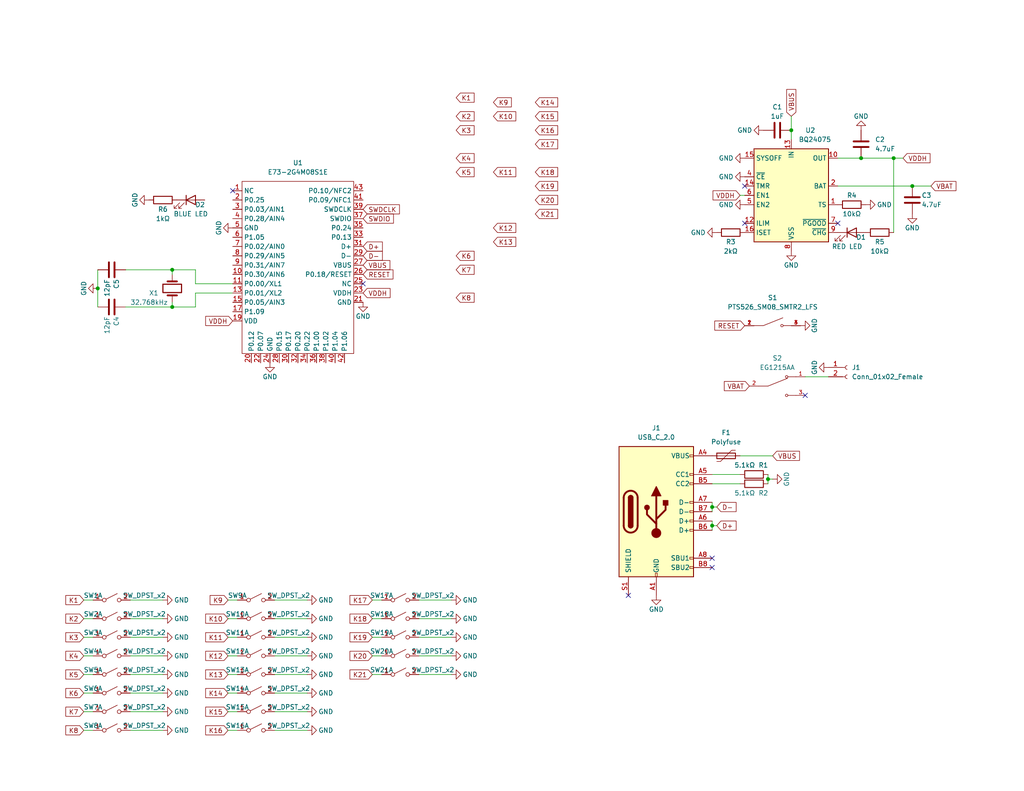
<source format=kicad_sch>
(kicad_sch (version 20211123) (generator eeschema)
  (paper "A")
  (lib_symbols
    (symbol "Battery_Management:BQ24075RGT"
      (property "Reference" "U" (at -8.89 13.97 0))
      (property "Value" "BQ24075RGT" (at 16.51 13.97 0))
      (symbol "BQ24075RGT_0_1"
        (rectangle (start -10.16 12.7) (end 10.16 -12.7) (stroke (width 0.254)) (fill (type background)))
      )
      (symbol "BQ24075RGT_1_1"
        (pin passive line (at 12.7 -2.54 180) (length 2.54) (name "TS") (number "1"))
        (pin power_out line (at 12.7 10.16 180) (length 2.54) (name "OUT") (number "10"))
        (pin passive line (at 12.7 10.16 180) (length 2.54) hide (name "OUT") (number "11"))
        (pin passive line (at -12.7 -7.62 0) (length 2.54) (name "ILIM") (number "12"))
        (pin power_in line (at 0 15.24 270) (length 2.54) (name "IN") (number "13"))
        (pin input line (at -12.7 2.54 0) (length 2.54) (name "TMR") (number "14"))
        (pin input line (at -12.7 10.16 0) (length 2.54) (name "SYSOFF") (number "15"))
        (pin passive line (at -12.7 -10.16 0) (length 2.54) (name "ISET") (number "16"))
        (pin passive line (at 0 -15.24 90) (length 2.54) hide (name "VSS") (number "17"))
        (pin power_out line (at 12.7 2.54 180) (length 2.54) (name "BAT") (number "2"))
        (pin passive line (at 12.7 2.54 180) (length 2.54) hide (name "BAT") (number "3"))
        (pin input line (at -12.7 5.08 0) (length 2.54) (name "~{CE}") (number "4"))
        (pin input line (at -12.7 -2.54 0) (length 2.54) (name "EN2") (number "5"))
        (pin input line (at -12.7 0 0) (length 2.54) (name "EN1") (number "6"))
        (pin open_collector line (at 12.7 -7.62 180) (length 2.54) (name "~{PGOOD}") (number "7"))
        (pin power_in line (at 0 -15.24 90) (length 2.54) (name "VSS") (number "8"))
        (pin open_collector line (at 12.7 -10.16 180) (length 2.54) (name "~{CHG}") (number "9"))
      )
    )
    (symbol "Connector:Conn_01x02_Female" (pin_names (offset 1.016) hide)
      (property "Reference" "J" (at 0 2.54 0))
      (property "Value" "Conn_01x02_Female" (at 0 -5.08 0))
      (symbol "Conn_01x02_Female_1_1"
        (arc (start 0 -2.032) (mid -0.508 -2.54) (end 0 -3.048) (stroke (width 0.1524)))
        (polyline (pts (xy -1.27 -2.54) (xy -0.508 -2.54)) (stroke (width 0.1524)))
        (polyline (pts (xy -1.27 0) (xy -0.508 0)) (stroke (width 0.1524)))
        (arc (start 0 0.508) (mid -0.508 0) (end 0 -0.508) (stroke (width 0.1524)))
        (pin passive line (at -5.08 0 0) (length 3.81) (name "Pin_1") (number "1"))
        (pin passive line (at -5.08 -2.54 0) (length 3.81) (name "Pin_2") (number "2"))
      )
    )
    (symbol "Connector:USB_C_Receptacle_USB2.0" (pin_names (offset 1.016))
      (property "Reference" "J" (at -10.16 19.05 0))
      (property "Value" "USB_C_Receptacle_USB2.0" (at 19.05 19.05 0))
      (symbol "USB_C_Receptacle_USB2.0_0_0"
        (rectangle (start -0.254 -17.78) (end 0.254 -16.764))
        (rectangle (start 10.16 -14.986) (end 9.144 -15.494))
        (rectangle (start 10.16 -12.446) (end 9.144 -12.954))
        (rectangle (start 10.16 -4.826) (end 9.144 -5.334))
        (rectangle (start 10.16 -2.286) (end 9.144 -2.794))
        (rectangle (start 10.16 0.254) (end 9.144 -0.254))
        (rectangle (start 10.16 2.794) (end 9.144 2.286))
        (rectangle (start 10.16 7.874) (end 9.144 7.366))
        (rectangle (start 10.16 10.414) (end 9.144 9.906))
        (rectangle (start 10.16 15.494) (end 9.144 14.986))
      )
      (symbol "USB_C_Receptacle_USB2.0_0_1"
        (rectangle (start -10.16 17.78) (end 10.16 -17.78) (stroke (width 0.254)) (fill (type background)))
        (arc (start -8.89 -3.81) (mid -6.985 -5.715) (end -5.08 -3.81) (stroke (width 0.508)))
        (arc (start -7.62 -3.81) (mid -6.985 -4.445) (end -6.35 -3.81) (stroke (width 0.254)))
        (arc (start -7.62 -3.81) (mid -6.985 -4.445) (end -6.35 -3.81) (stroke (width 0.254)) (fill (type outline)))
        (rectangle (start -7.62 -3.81) (end -6.35 3.81) (stroke (width 0.254)) (fill (type outline)))
        (arc (start -6.35 3.81) (mid -6.985 4.445) (end -7.62 3.81) (stroke (width 0.254)))
        (arc (start -6.35 3.81) (mid -6.985 4.445) (end -7.62 3.81) (stroke (width 0.254)) (fill (type outline)))
        (arc (start -5.08 3.81) (mid -6.985 5.715) (end -8.89 3.81) (stroke (width 0.508)))
        (circle (center -2.54 1.143) (radius 0.635) (stroke (width 0.254)) (fill (type outline)))
        (circle (center 0 -5.842) (radius 1.27) (fill (type outline)))
        (polyline (pts (xy -8.89 -3.81) (xy -8.89 3.81)) (stroke (width 0.508)))
        (polyline (pts (xy -5.08 3.81) (xy -5.08 -3.81)) (stroke (width 0.508)))
        (polyline (pts (xy 0 -5.842) (xy 0 4.318)) (stroke (width 0.508)))
        (polyline (pts (xy 0 -3.302) (xy -2.54 -0.762) (xy -2.54 0.508)) (stroke (width 0.508)))
        (polyline (pts (xy 0 -2.032) (xy 2.54 0.508) (xy 2.54 1.778)) (stroke (width 0.508)))
        (polyline (pts (xy -1.27 4.318) (xy 0 6.858) (xy 1.27 4.318) (xy -1.27 4.318)) (stroke (width 0.254)) (fill (type outline)))
        (rectangle (start 1.905 1.778) (end 3.175 3.048) (stroke (width 0.254)) (fill (type outline)))
      )
      (symbol "USB_C_Receptacle_USB2.0_1_1"
        (pin passive line (at 0 -22.86 90) (length 5.08) (name "GND") (number "A1"))
        (pin passive line (at 0 -22.86 90) (length 5.08) hide (name "GND") (number "A12"))
        (pin passive line (at 15.24 15.24 180) (length 5.08) (name "VBUS") (number "A4"))
        (pin bidirectional line (at 15.24 10.16 180) (length 5.08) (name "CC1") (number "A5"))
        (pin bidirectional line (at 15.24 -2.54 180) (length 5.08) (name "D+") (number "A6"))
        (pin bidirectional line (at 15.24 2.54 180) (length 5.08) (name "D-") (number "A7"))
        (pin bidirectional line (at 15.24 -12.7 180) (length 5.08) (name "SBU1") (number "A8"))
        (pin passive line (at 15.24 15.24 180) (length 5.08) hide (name "VBUS") (number "A9"))
        (pin passive line (at 0 -22.86 90) (length 5.08) hide (name "GND") (number "B1"))
        (pin passive line (at 0 -22.86 90) (length 5.08) hide (name "GND") (number "B12"))
        (pin passive line (at 15.24 15.24 180) (length 5.08) hide (name "VBUS") (number "B4"))
        (pin bidirectional line (at 15.24 7.62 180) (length 5.08) (name "CC2") (number "B5"))
        (pin bidirectional line (at 15.24 -5.08 180) (length 5.08) (name "D+") (number "B6"))
        (pin bidirectional line (at 15.24 0 180) (length 5.08) (name "D-") (number "B7"))
        (pin bidirectional line (at 15.24 -15.24 180) (length 5.08) (name "SBU2") (number "B8"))
        (pin passive line (at 15.24 15.24 180) (length 5.08) hide (name "VBUS") (number "B9"))
        (pin passive line (at -7.62 -22.86 90) (length 5.08) (name "SHIELD") (number "S1"))
      )
    )
    (symbol "Device:C" (pin_numbers hide) (pin_names (offset 0.254))
      (property "Reference" "C" (at 0.635 2.54 0))
      (property "Value" "C" (at 0.635 -2.54 0))
      (symbol "C_0_1"
        (polyline (pts (xy -2.032 -0.762) (xy 2.032 -0.762)) (stroke (width 0.508)))
        (polyline (pts (xy -2.032 0.762) (xy 2.032 0.762)) (stroke (width 0.508)))
      )
      (symbol "C_1_1"
        (pin passive line (at 0 3.81 270) (length 2.794) (name "~") (number "1"))
        (pin passive line (at 0 -3.81 90) (length 2.794) (name "~") (number "2"))
      )
    )
    (symbol "Device:Crystal" (pin_numbers hide) (pin_names (offset 1.016) hide)
      (property "Reference" "Y" (at 0 3.81 0))
      (property "Value" "Crystal" (at 0 -3.81 0))
      (symbol "Crystal_0_1"
        (rectangle (start -1.143 2.54) (end 1.143 -2.54) (stroke (width 0.3048)))
        (polyline (pts (xy -2.54 0) (xy -1.905 0)))
        (polyline (pts (xy -1.905 -1.27) (xy -1.905 1.27)) (stroke (width 0.508)))
        (polyline (pts (xy 1.905 -1.27) (xy 1.905 1.27)) (stroke (width 0.508)))
        (polyline (pts (xy 2.54 0) (xy 1.905 0)))
      )
      (symbol "Crystal_1_1"
        (pin passive line (at -3.81 0 0) (length 1.27) (name "1") (number "1"))
        (pin passive line (at 3.81 0 180) (length 1.27) (name "2") (number "2"))
      )
    )
    (symbol "Device:LED" (pin_numbers hide) (pin_names (offset 1.016) hide)
      (property "Reference" "D" (at 0 2.54 0))
      (property "Value" "LED" (at 0 -2.54 0))
      (symbol "LED_0_1"
        (polyline (pts (xy -1.27 -1.27) (xy -1.27 1.27)) (stroke (width 0.254)))
        (polyline (pts (xy -1.27 0) (xy 1.27 0)))
        (polyline (pts (xy 1.27 -1.27) (xy 1.27 1.27) (xy -1.27 0) (xy 1.27 -1.27)) (stroke (width 0.254)))
        (polyline (pts (xy -3.048 -0.762) (xy -4.572 -2.286) (xy -3.81 -2.286) (xy -4.572 -2.286) (xy -4.572 -1.524)))
        (polyline (pts (xy -1.778 -0.762) (xy -3.302 -2.286) (xy -2.54 -2.286) (xy -3.302 -2.286) (xy -3.302 -1.524)))
      )
      (symbol "LED_1_1"
        (pin passive line (at -3.81 0 0) (length 2.54) (name "K") (number "1"))
        (pin passive line (at 3.81 0 180) (length 2.54) (name "A") (number "2"))
      )
    )
    (symbol "Device:Polyfuse" (pin_numbers hide) (pin_names (offset 0))
      (property "Reference" "F" (at -2.54 0 90))
      (property "Value" "Polyfuse" (at 2.54 0 90))
      (symbol "Polyfuse_0_1"
        (rectangle (start -0.762 2.54) (end 0.762 -2.54) (stroke (width 0.254)))
        (polyline (pts (xy 0 2.54) (xy 0 -2.54)))
        (polyline (pts (xy -1.524 2.54) (xy -1.524 1.524) (xy 1.524 -1.524) (xy 1.524 -2.54)))
      )
      (symbol "Polyfuse_1_1"
        (pin passive line (at 0 3.81 270) (length 1.27) (name "~") (number "1"))
        (pin passive line (at 0 -3.81 90) (length 1.27) (name "~") (number "2"))
      )
    )
    (symbol "Device:R" (pin_numbers hide) (pin_names (offset 0))
      (property "Reference" "R" (at 2.032 0 90))
      (property "Value" "R" (at 0 0 90))
      (symbol "R_0_1"
        (rectangle (start -1.016 -2.54) (end 1.016 2.54) (stroke (width 0.254)))
      )
      (symbol "R_1_1"
        (pin passive line (at 0 3.81 270) (length 1.27) (name "~") (number "1"))
        (pin passive line (at 0 -3.81 90) (length 1.27) (name "~") (number "2"))
      )
    )
    (symbol "E73-2G4M08S1E:E73-2G4M08S1E"
      (property "Reference" "U" (at 13.97 3.81 0))
      (property "Value" "E73-2G4M08S1E" (at 13.97 1.27 0))
      (symbol "E73-2G4M08S1E_0_1"
        (rectangle (start 0 0) (end 30.48 -46.99))
      )
      (symbol "E73-2G4M08S1E_1_1"
        (pin input line (at -2.54 -2.54 0) (length 2.54) (name "NC") (number "1"))
        (pin input line (at -2.54 -25.4 0) (length 2.54) (name "P0.30/AIN6") (number "10"))
        (pin input line (at -2.54 -27.94 0) (length 2.54) (name "P0.00/XL1") (number "11"))
        (pin input line (at -2.54 -30.48 0) (length 2.54) (name "P0.01/XL2") (number "13"))
        (pin input line (at -2.54 -33.02 0) (length 2.54) (name "P0.05/AIN3") (number "15"))
        (pin input line (at -2.54 -35.56 0) (length 2.54) (name "P1.09") (number "17"))
        (pin power_in line (at -2.54 -38.1 0) (length 2.54) (name "VDD") (number "19"))
        (pin input line (at -2.54 -5.08 0) (length 2.54) (name "P0.25") (number "2"))
        (pin input line (at 2.54 -49.53 90) (length 2.54) (name "P0.12") (number "20"))
        (pin input line (at 33.02 -33.02 180) (length 2.54) (name "GND") (number "21"))
        (pin input line (at 5.08 -49.53 90) (length 2.54) (name "P0.07") (number "22"))
        (pin power_in line (at 33.02 -30.48 180) (length 2.54) (name "VDDH") (number "23"))
        (pin input line (at 7.62 -49.53 90) (length 2.54) (name "GND") (number "24"))
        (pin input line (at 33.02 -27.94 180) (length 2.54) (name "NC") (number "25"))
        (pin input line (at 33.02 -25.4 180) (length 2.54) (name "P0.18/RESET") (number "26"))
        (pin power_in line (at 33.02 -22.86 180) (length 2.54) (name "VBUS") (number "27"))
        (pin input line (at 10.16 -49.53 90) (length 2.54) (name "P0.15") (number "28"))
        (pin input line (at 33.02 -20.32 180) (length 2.54) (name "D-") (number "29"))
        (pin input line (at -2.54 -7.62 0) (length 2.54) (name "P0.03/AIN1") (number "3"))
        (pin input line (at 12.7 -49.53 90) (length 2.54) (name "P0.17") (number "30"))
        (pin input line (at 33.02 -17.78 180) (length 2.54) (name "D+") (number "31"))
        (pin input line (at 15.24 -49.53 90) (length 2.54) (name "P0.20") (number "32"))
        (pin input line (at 33.02 -15.24 180) (length 2.54) (name "P0.13") (number "33"))
        (pin input line (at 17.78 -49.53 90) (length 2.54) (name "P0.22") (number "34"))
        (pin input line (at 33.02 -12.7 180) (length 2.54) (name "P0.24") (number "35"))
        (pin input line (at 20.32 -49.53 90) (length 2.54) (name "P1.00") (number "36"))
        (pin input line (at 33.02 -10.16 180) (length 2.54) (name "SWDIO") (number "37"))
        (pin input line (at 22.86 -49.53 90) (length 2.54) (name "P1.02") (number "38"))
        (pin input line (at 33.02 -7.62 180) (length 2.54) (name "SWDCLK") (number "39"))
        (pin input line (at -2.54 -10.16 0) (length 2.54) (name "P0.28/AIN4") (number "4"))
        (pin input line (at 25.4 -49.53 90) (length 2.54) (name "P1.04") (number "40"))
        (pin input line (at 33.02 -5.08 180) (length 2.54) (name "P0.09/NFC1") (number "41"))
        (pin input line (at 27.94 -49.53 90) (length 2.54) (name "P1.06") (number "42"))
        (pin input line (at 33.02 -2.54 180) (length 2.54) (name "P0.10/NFC2") (number "43"))
        (pin input line (at -2.54 -12.7 0) (length 2.54) (name "GND") (number "5"))
        (pin input line (at -2.54 -15.24 0) (length 2.54) (name "P1.05") (number "6"))
        (pin input line (at -2.54 -17.78 0) (length 2.54) (name "P0.02/AIN0") (number "7"))
        (pin input line (at -2.54 -20.32 0) (length 2.54) (name "P0.29/AIN5") (number "8"))
        (pin input line (at -2.54 -22.86 0) (length 2.54) (name "P0.31/AIN7") (number "9"))
      )
    )
    (symbol "EG1215AA:EG1215AA" (pin_names (offset 1.016) hide)
      (property "Reference" "S" (at -2.54 5.08 0))
      (property "Value" "EG1215AA" (at -2.54 -5.08 0))
      (symbol "EG1215AA_0_0"
        (polyline (pts (xy -2.54 0) (xy -5.08 0)) (stroke (width 0.1524)))
        (polyline (pts (xy -2.54 0) (xy 2.794 2.1336)) (stroke (width 0.1524)))
        (polyline (pts (xy 5.08 -2.54) (xy 2.921 -2.54)) (stroke (width 0.1524)))
        (polyline (pts (xy 5.08 2.54) (xy 2.921 2.54)) (stroke (width 0.1524)))
        (circle (center 2.54 -2.54) (radius 0.3302) (stroke (width 0.1524)))
        (circle (center 2.54 2.54) (radius 0.3302) (stroke (width 0.1524)))
        (pin passive line (at 7.62 2.54 180) (length 2.54) (name "~") (number "1"))
        (pin passive line (at -7.62 0 0) (length 2.54) (name "~") (number "2"))
        (pin passive line (at 7.62 -2.54 180) (length 2.54) (name "~") (number "3"))
      )
    )
    (symbol "PTS526_SM08_SMTR2_LFS:PTS526_SM08_SMTR2_LFS" (pin_names (offset 1.016) hide)
      (property "Reference" "S" (at -2.54 2.54 0))
      (property "Value" "PTS526_SM08_SMTR2_LFS" (at -2.54 -2.54 0))
      (symbol "PTS526_SM08_SMTR2_LFS_0_0"
        (polyline (pts (xy -2.54 0) (xy -5.08 0)) (stroke (width 0.1524)))
        (polyline (pts (xy -2.54 0) (xy 2.794 2.1336)) (stroke (width 0.1524)))
        (polyline (pts (xy 5.08 0) (xy 2.921 0)) (stroke (width 0.1524)))
        (circle (center 2.54 0) (radius 0.3302) (stroke (width 0.1524)))
        (pin passive line (at -7.62 0 0) (length 2.54) (name "~") (number "1"))
        (pin passive line (at -7.62 0 0) (length 2.54) (name "~") (number "2"))
        (pin passive line (at 7.62 0 180) (length 2.54) (name "~") (number "3"))
        (pin passive line (at 7.62 0 180) (length 2.54) (name "~") (number "4"))
      )
    )
    (symbol "Switch:SW_DPST_x2" (pin_names (offset 0) hide)
      (property "Reference" "SW" (at 0 3.175 0))
      (property "Value" "SW_DPST_x2" (at 0 -2.54 0))
      (symbol "SW_DPST_x2_0_0"
        (circle (center -2.032 0) (radius 0.508))
        (polyline (pts (xy -1.524 0.254) (xy 1.524 1.778)))
        (circle (center 2.032 0) (radius 0.508))
      )
      (symbol "SW_DPST_x2_1_1"
        (pin passive line (at -5.08 0 0) (length 2.54) (name "A") (number "1"))
        (pin passive line (at 5.08 0 180) (length 2.54) (name "B") (number "2"))
      )
      (symbol "SW_DPST_x2_2_1"
        (pin passive line (at -5.08 0 0) (length 2.54) (name "A") (number "3"))
        (pin passive line (at 5.08 0 180) (length 2.54) (name "B") (number "4"))
      )
    )
    (symbol "power:GND" (power) (pin_names (offset 0))
      (property "Value" "GND" (at 0 -3.81 0))
      (symbol "GND_0_1"
        (polyline (pts (xy 0 0) (xy 0 -1.27) (xy 1.27 -1.27) (xy 0 -2.54) (xy -1.27 -1.27) (xy 0 -1.27)))
      )
      (symbol "GND_1_1"
        (pin power_in line (at 0 0 270) (length 0) hide (name "GND") (number "1"))
      )
    )
  )
  (junction (at 194.31 138.43))
  (junction (at 248.92 50.8))
  (junction (at 215.9 35.56))
  (junction (at 46.99 73.66))
  (junction (at 243.84 43.18))
  (junction (at 234.95 43.18))
  (junction (at 209.55 130.81))
  (junction (at 194.31 143.51))
  (junction (at 26.67 78.74))
  (junction (at 46.99 83.82))
  (no_connect (at 203.2 60.96))
  (no_connect (at 203.2 50.8))
  (no_connect (at 228.6 60.96))
  (no_connect (at 99.06 77.47))
  (no_connect (at 63.5 52.07))
  (no_connect (at 219.71 107.95))
  (no_connect (at 194.31 154.94))
  (no_connect (at 171.45 162.56))
  (no_connect (at 194.31 152.4))
  (wire (pts (xy 215.9 31.75) (xy 215.9 35.56)))
  (wire (pts (xy 44.45 163.83) (xy 35.56 163.83)))
  (wire (pts (xy 123.19 184.15) (xy 114.3 184.15)))
  (wire (pts (xy 22.86 184.15) (xy 25.4 184.15)))
  (wire (pts (xy 210.82 124.46) (xy 201.93 124.46)))
  (wire (pts (xy 101.6 179.07) (xy 104.14 179.07)))
  (wire (pts (xy 22.86 194.31) (xy 25.4 194.31)))
  (wire (pts (xy 228.6 50.8) (xy 248.92 50.8)))
  (wire (pts (xy 123.19 168.91) (xy 114.3 168.91)))
  (wire (pts (xy 83.82 199.39) (xy 74.93 199.39)))
  (wire (pts (xy 62.23 173.99) (xy 64.77 173.99)))
  (wire (pts (xy 123.19 163.83) (xy 114.3 163.83)))
  (wire (pts (xy 83.82 194.31) (xy 74.93 194.31)))
  (wire (pts (xy 22.86 168.91) (xy 25.4 168.91)))
  (wire (pts (xy 53.34 80.01) (xy 63.5 80.01)))
  (wire (pts (xy 194.31 143.51) (xy 195.58 143.51)))
  (wire (pts (xy 44.45 194.31) (xy 35.56 194.31)))
  (wire (pts (xy 62.23 179.07) (xy 64.77 179.07)))
  (wire (pts (xy 201.93 129.54) (xy 194.31 129.54)))
  (wire (pts (xy 194.31 142.24) (xy 194.31 143.51)))
  (wire (pts (xy 226.06 102.87) (xy 219.71 102.87)))
  (wire (pts (xy 22.86 173.99) (xy 25.4 173.99)))
  (wire (pts (xy 243.84 43.18) (xy 243.84 63.5)))
  (wire (pts (xy 234.95 43.18) (xy 243.84 43.18)))
  (wire (pts (xy 194.31 138.43) (xy 195.58 138.43)))
  (wire (pts (xy 209.55 130.81) (xy 210.82 130.81)))
  (wire (pts (xy 26.67 78.74) (xy 26.67 73.66)))
  (wire (pts (xy 209.55 129.54) (xy 209.55 130.81)))
  (wire (pts (xy 101.6 163.83) (xy 104.14 163.83)))
  (wire (pts (xy 123.19 173.99) (xy 114.3 173.99)))
  (wire (pts (xy 101.6 173.99) (xy 104.14 173.99)))
  (wire (pts (xy 62.23 189.23) (xy 64.77 189.23)))
  (wire (pts (xy 123.19 179.07) (xy 114.3 179.07)))
  (wire (pts (xy 22.86 179.07) (xy 25.4 179.07)))
  (wire (pts (xy 194.31 138.43) (xy 194.31 139.7)))
  (wire (pts (xy 62.23 199.39) (xy 64.77 199.39)))
  (wire (pts (xy 201.93 132.08) (xy 194.31 132.08)))
  (wire (pts (xy 83.82 184.15) (xy 74.93 184.15)))
  (wire (pts (xy 44.45 184.15) (xy 35.56 184.15)))
  (wire (pts (xy 101.6 184.15) (xy 104.14 184.15)))
  (wire (pts (xy 201.93 53.34) (xy 203.2 53.34)))
  (wire (pts (xy 22.86 163.83) (xy 25.4 163.83)))
  (wire (pts (xy 63.5 77.47) (xy 53.34 77.47)))
  (wire (pts (xy 44.45 173.99) (xy 35.56 173.99)))
  (wire (pts (xy 44.45 168.91) (xy 35.56 168.91)))
  (wire (pts (xy 83.82 179.07) (xy 74.93 179.07)))
  (wire (pts (xy 83.82 163.83) (xy 74.93 163.83)))
  (wire (pts (xy 62.23 184.15) (xy 64.77 184.15)))
  (wire (pts (xy 194.31 143.51) (xy 194.31 144.78)))
  (wire (pts (xy 228.6 43.18) (xy 234.95 43.18)))
  (wire (pts (xy 22.86 189.23) (xy 25.4 189.23)))
  (wire (pts (xy 209.55 130.81) (xy 209.55 132.08)))
  (wire (pts (xy 62.23 194.31) (xy 64.77 194.31)))
  (wire (pts (xy 26.67 83.82) (xy 26.67 78.74)))
  (wire (pts (xy 53.34 73.66) (xy 53.34 77.47)))
  (wire (pts (xy 83.82 173.99) (xy 74.93 173.99)))
  (wire (pts (xy 194.31 137.16) (xy 194.31 138.43)))
  (wire (pts (xy 83.82 168.91) (xy 74.93 168.91)))
  (wire (pts (xy 101.6 168.91) (xy 104.14 168.91)))
  (wire (pts (xy 53.34 83.82) (xy 46.99 83.82)))
  (wire (pts (xy 243.84 43.18) (xy 246.38 43.18)))
  (wire (pts (xy 46.99 83.82) (xy 34.29 83.82)))
  (wire (pts (xy 53.34 80.01) (xy 53.34 83.82)))
  (wire (pts (xy 22.86 199.39) (xy 25.4 199.39)))
  (wire (pts (xy 34.29 73.66) (xy 46.99 73.66)))
  (wire (pts (xy 62.23 163.83) (xy 64.77 163.83)))
  (wire (pts (xy 83.82 189.23) (xy 74.93 189.23)))
  (wire (pts (xy 44.45 199.39) (xy 35.56 199.39)))
  (wire (pts (xy 53.34 73.66) (xy 46.99 73.66)))
  (wire (pts (xy 46.99 82.55) (xy 46.99 83.82)))
  (wire (pts (xy 215.9 35.56) (xy 215.9 38.1)))
  (wire (pts (xy 44.45 189.23) (xy 35.56 189.23)))
  (wire (pts (xy 62.23 168.91) (xy 64.77 168.91)))
  (wire (pts (xy 248.92 50.8) (xy 254 50.8)))
  (wire (pts (xy 46.99 73.66) (xy 46.99 74.93)))
  (wire (pts (xy 44.45 179.07) (xy 35.56 179.07)))
  (global_label "K17" (shape input) (at 146.05 39.37 0) (property "Intersheet References" "${INTERSHEET_REFS}" (effects hide)))
  (global_label "K2" (shape input) (at 22.86 168.91 180) (property "Intersheet References" "${INTERSHEET_REFS}" (effects hide)))
  (global_label "K15" (shape input) (at 62.23 194.31 180) (property "Intersheet References" "${INTERSHEET_REFS}" (effects hide)))
  (global_label "K1" (shape input) (at 124.46 26.67 0) (property "Intersheet References" "${INTERSHEET_REFS}" (effects hide)))
  (global_label "SWDCLK" (shape input) (at 99.06 57.15 0) (property "Intersheet References" "${INTERSHEET_REFS}" (effects hide)))
  (global_label "K14" (shape input) (at 62.23 189.23 180) (property "Intersheet References" "${INTERSHEET_REFS}" (effects hide)))
  (global_label "K16" (shape input) (at 62.23 199.39 180) (property "Intersheet References" "${INTERSHEET_REFS}" (effects hide)))
  (global_label "K5" (shape input) (at 124.46 46.99 0) (property "Intersheet References" "${INTERSHEET_REFS}" (effects hide)))
  (global_label "K20" (shape input) (at 146.05 54.61 0) (property "Intersheet References" "${INTERSHEET_REFS}" (effects hide)))
  (global_label "VDDH" (shape input) (at 63.5 87.63 180) (property "Intersheet References" "${INTERSHEET_REFS}" (effects hide)))
  (global_label "RESET" (shape input) (at 203.2 88.9 180) (property "Intersheet References" "${INTERSHEET_REFS}" (effects hide)))
  (global_label "VBUS" (shape input) (at 99.06 72.39 0) (property "Intersheet References" "${INTERSHEET_REFS}" (effects hide)))
  (global_label "VBAT" (shape input) (at 254 50.8 0) (property "Intersheet References" "${INTERSHEET_REFS}" (effects hide)))
  (global_label "K12" (shape input) (at 134.62 62.23 0) (property "Intersheet References" "${INTERSHEET_REFS}" (effects hide)))
  (global_label "K12" (shape input) (at 62.23 179.07 180) (property "Intersheet References" "${INTERSHEET_REFS}" (effects hide)))
  (global_label "K20" (shape input) (at 101.6 179.07 180) (property "Intersheet References" "${INTERSHEET_REFS}" (effects hide)))
  (global_label "K16" (shape input) (at 146.05 35.56 0) (property "Intersheet References" "${INTERSHEET_REFS}" (effects hide)))
  (global_label "K14" (shape input) (at 146.05 27.94 0) (property "Intersheet References" "${INTERSHEET_REFS}" (effects hide)))
  (global_label "K15" (shape input) (at 146.05 31.75 0) (property "Intersheet References" "${INTERSHEET_REFS}" (effects hide)))
  (global_label "D+" (shape input) (at 195.58 143.51 0) (property "Intersheet References" "${INTERSHEET_REFS}" (effects hide)))
  (global_label "D-" (shape input) (at 195.58 138.43 0) (property "Intersheet References" "${INTERSHEET_REFS}" (effects hide)))
  (global_label "K1" (shape input) (at 22.86 163.83 180) (property "Intersheet References" "${INTERSHEET_REFS}" (effects hide)))
  (global_label "D+" (shape input) (at 99.06 67.31 0) (property "Intersheet References" "${INTERSHEET_REFS}" (effects hide)))
  (global_label "K6" (shape input) (at 124.46 69.85 0) (property "Intersheet References" "${INTERSHEET_REFS}" (effects hide)))
  (global_label "K11" (shape input) (at 134.62 46.99 0) (property "Intersheet References" "${INTERSHEET_REFS}" (effects hide)))
  (global_label "K7" (shape input) (at 124.46 73.66 0) (property "Intersheet References" "${INTERSHEET_REFS}" (effects hide)))
  (global_label "K4" (shape input) (at 22.86 179.07 180) (property "Intersheet References" "${INTERSHEET_REFS}" (effects hide)))
  (global_label "K6" (shape input) (at 22.86 189.23 180) (property "Intersheet References" "${INTERSHEET_REFS}" (effects hide)))
  (global_label "K2" (shape input) (at 124.46 31.75 0) (property "Intersheet References" "${INTERSHEET_REFS}" (effects hide)))
  (global_label "K11" (shape input) (at 62.23 173.99 180) (property "Intersheet References" "${INTERSHEET_REFS}" (effects hide)))
  (global_label "K18" (shape input) (at 101.6 168.91 180) (property "Intersheet References" "${INTERSHEET_REFS}" (effects hide)))
  (global_label "K19" (shape input) (at 101.6 173.99 180) (property "Intersheet References" "${INTERSHEET_REFS}" (effects hide)))
  (global_label "K18" (shape input) (at 146.05 46.99 0) (property "Intersheet References" "${INTERSHEET_REFS}" (effects hide)))
  (global_label "K13" (shape input) (at 134.62 66.04 0) (property "Intersheet References" "${INTERSHEET_REFS}" (effects hide)))
  (global_label "K3" (shape input) (at 22.86 173.99 180) (property "Intersheet References" "${INTERSHEET_REFS}" (effects hide)))
  (global_label "RESET" (shape input) (at 99.06 74.93 0) (property "Intersheet References" "${INTERSHEET_REFS}" (effects hide)))
  (global_label "VBAT" (shape input) (at 204.47 105.41 180) (property "Intersheet References" "${INTERSHEET_REFS}" (effects hide)))
  (global_label "K13" (shape input) (at 62.23 184.15 180) (property "Intersheet References" "${INTERSHEET_REFS}" (effects hide)))
  (global_label "VDDH" (shape input) (at 99.06 80.01 0) (property "Intersheet References" "${INTERSHEET_REFS}" (effects hide)))
  (global_label "K9" (shape input) (at 62.23 163.83 180) (property "Intersheet References" "${INTERSHEET_REFS}" (effects hide)))
  (global_label "K21" (shape input) (at 146.05 58.42 0) (property "Intersheet References" "${INTERSHEET_REFS}" (effects hide)))
  (global_label "VBUS" (shape input) (at 210.82 124.46 0) (property "Intersheet References" "${INTERSHEET_REFS}" (effects hide)))
  (global_label "K10" (shape input) (at 134.62 31.75 0) (property "Intersheet References" "${INTERSHEET_REFS}" (effects hide)))
  (global_label "K3" (shape input) (at 124.46 35.56 0) (property "Intersheet References" "${INTERSHEET_REFS}" (effects hide)))
  (global_label "K8" (shape input) (at 124.46 81.28 0) (property "Intersheet References" "${INTERSHEET_REFS}" (effects hide)))
  (global_label "VDDH" (shape input) (at 201.93 53.34 180) (property "Intersheet References" "${INTERSHEET_REFS}" (effects hide)))
  (global_label "K7" (shape input) (at 22.86 194.31 180) (property "Intersheet References" "${INTERSHEET_REFS}" (effects hide)))
  (global_label "K4" (shape input) (at 124.46 43.18 0) (property "Intersheet References" "${INTERSHEET_REFS}" (effects hide)))
  (global_label "K19" (shape input) (at 146.05 50.8 0) (property "Intersheet References" "${INTERSHEET_REFS}" (effects hide)))
  (global_label "K8" (shape input) (at 22.86 199.39 180) (property "Intersheet References" "${INTERSHEET_REFS}" (effects hide)))
  (global_label "K21" (shape input) (at 101.6 184.15 180) (property "Intersheet References" "${INTERSHEET_REFS}" (effects hide)))
  (global_label "VBUS" (shape input) (at 215.9 31.75 90) (property "Intersheet References" "${INTERSHEET_REFS}" (effects hide)))
  (global_label "K10" (shape input) (at 62.23 168.91 180) (property "Intersheet References" "${INTERSHEET_REFS}" (effects hide)))
  (global_label "K9" (shape input) (at 134.62 27.94 0) (property "Intersheet References" "${INTERSHEET_REFS}" (effects hide)))
  (global_label "K17" (shape input) (at 101.6 163.83 180) (property "Intersheet References" "${INTERSHEET_REFS}" (effects hide)))
  (global_label "SWDIO" (shape input) (at 99.06 59.69 0) (property "Intersheet References" "${INTERSHEET_REFS}" (effects hide)))
  (global_label "K5" (shape input) (at 22.86 184.15 180) (property "Intersheet References" "${INTERSHEET_REFS}" (effects hide)))
  (global_label "VDDH" (shape input) (at 246.38 43.18 0) (property "Intersheet References" "${INTERSHEET_REFS}" (effects hide)))
  (global_label "D-" (shape input) (at 99.06 69.85 0) (property "Intersheet References" "${INTERSHEET_REFS}" (effects hide)))
  (symbol (lib_id "power:GND") (at 203.2 48.26 270) (unit 1)
    (property "Reference" "#PWR0103" (effects hide))
    (property "Value" "GND" (at 198.12 48.26 90))
  )
  (symbol (lib_id "power:GND") (at 226.06 100.33 270) (unit 1)
    (property "Reference" "#PWR?" (effects hide))
    (property "Value" "GND" (at 222.25 100.33 0))
  )
  (symbol (lib_id "Switch:SW_DPST_x2") (at 30.48 194.31 0) (unit 1)
    (property "Reference" "SW7" (at 25.4 193.04 0))
    (property "Value" "SW_DPST_x2" (at 39.37 193.04 0))
  )
  (symbol (lib_id "Device:C") (at 234.95 39.37 180) (unit 1)
    (property "Reference" "C2" (at 238.76 38.0999 0) (effects (justify right)))
    (property "Value" "4.7uF" (at 238.76 40.6399 0) (effects (justify right)))
  )
  (symbol (lib_id "Switch:SW_DPST_x2") (at 30.48 184.15 0) (unit 1)
    (property "Reference" "SW5" (at 25.4 182.88 0))
    (property "Value" "SW_DPST_x2" (at 39.37 182.88 0))
  )
  (symbol (lib_id "Switch:SW_DPST_x2") (at 30.48 179.07 0) (unit 1)
    (property "Reference" "SW4" (at 25.4 177.8 0))
    (property "Value" "SW_DPST_x2" (at 39.37 177.8 0))
  )
  (symbol (lib_id "Switch:SW_DPST_x2") (at 69.85 163.83 0) (unit 1)
    (property "Reference" "SW9" (at 64.77 162.56 0))
    (property "Value" "SW_DPST_x2" (at 78.74 162.56 0))
  )
  (symbol (lib_id "Switch:SW_DPST_x2") (at 69.85 184.15 0) (unit 1)
    (property "Reference" "SW13" (at 64.77 182.88 0))
    (property "Value" "SW_DPST_x2" (at 78.74 182.88 0))
  )
  (symbol (lib_id "power:GND") (at 83.82 163.83 90) (unit 1)
    (property "Reference" "#PWR0115" (effects hide))
    (property "Value" "GND" (at 88.9 163.83 90))
  )
  (symbol (lib_id "power:GND") (at 40.64 54.61 270) (unit 1)
    (property "Reference" "#PWR?" (effects hide))
    (property "Value" "GND" (at 36.83 54.61 0))
  )
  (symbol (lib_id "Switch:SW_DPST_x2") (at 109.22 179.07 0) (unit 1)
    (property "Reference" "SW20" (at 104.14 177.8 0))
    (property "Value" "SW_DPST_x2" (at 118.11 177.8 0))
  )
  (symbol (lib_id "Device:R") (at 199.39 63.5 90) (unit 1)
    (property "Reference" "R3" (at 199.39 66.04 90))
    (property "Value" "2kΩ" (at 199.39 68.58 90))
  )
  (symbol (lib_id "power:GND") (at 208.28 35.56 270) (unit 1)
    (property "Reference" "#PWR0104" (effects hide))
    (property "Value" "GND" (at 203.2 35.56 90))
  )
  (symbol (lib_id "Switch:SW_DPST_x2") (at 30.48 163.83 0) (unit 1)
    (property "Reference" "SW1" (at 25.4 162.56 0))
    (property "Value" "SW_DPST_x2" (at 39.37 162.56 0))
  )
  (symbol (lib_id "Switch:SW_DPST_x2") (at 30.48 173.99 0) (unit 1)
    (property "Reference" "SW3" (at 25.4 172.72 0))
    (property "Value" "SW_DPST_x2" (at 39.37 172.72 0))
  )
  (symbol (lib_id "Switch:SW_DPST_x2") (at 30.48 199.39 0) (unit 1)
    (property "Reference" "SW8" (at 25.4 198.12 0))
    (property "Value" "SW_DPST_x2" (at 39.37 198.12 0))
  )
  (symbol (lib_id "Battery_Management:BQ24075RGT") (at 215.9 53.34 0) (unit 1)
    (property "Reference" "U2" (at 219.71 35.56 0) (effects (justify left)))
    (property "Value" "BQ24075" (at 217.9194 38.1 0) (effects (justify left)))
    (property "Footprint" "Package_DFN_QFN:VQFN-16-1EP_3x3mm_P0.5mm_EP1.6x1.6mm" (effects hide))
    (property "Datasheet" "http://www.ti.com/lit/ds/symlink/bq24075.pdf" (effects hide))
  )
  (symbol (lib_id "Device:C") (at 212.09 35.56 90) (unit 1)
    (property "Reference" "C1" (at 212.09 29.21 90))
    (property "Value" "1uF" (at 212.09 31.75 90))
  )
  (symbol (lib_id "power:GND") (at 215.9 68.58 0) (unit 1)
    (property "Reference" "#PWR0108" (effects hide))
    (property "Value" "GND" (at 215.9 72.39 0))
  )
  (symbol (lib_id "Switch:SW_DPST_x2") (at 69.85 194.31 0) (unit 1)
    (property "Reference" "SW15" (at 64.77 193.04 0))
    (property "Value" "SW_DPST_x2" (at 78.74 193.04 0))
  )
  (symbol (lib_id "power:GND") (at 123.19 184.15 90) (unit 1)
    (property "Reference" "#PWR0118" (effects hide))
    (property "Value" "GND" (at 128.27 184.15 90))
  )
  (symbol (lib_id "power:GND") (at 203.2 43.18 270) (unit 1)
    (property "Reference" "#PWR?" (effects hide))
    (property "Value" "GND" (at 198.12 43.18 90))
  )
  (symbol (lib_id "Device:R") (at 205.74 132.08 90) (unit 1)
    (property "Reference" "R2" (at 208.28 134.62 90))
    (property "Value" "5.1kΩ" (at 203.2 134.62 90))
  )
  (symbol (lib_id "power:GND") (at 83.82 184.15 90) (unit 1)
    (property "Reference" "#PWR0133" (effects hide))
    (property "Value" "GND" (at 88.9 184.15 90))
  )
  (symbol (lib_id "power:GND") (at 203.2 55.88 270) (unit 1)
    (property "Reference" "#PWR0101" (effects hide))
    (property "Value" "GND" (at 198.12 55.88 90))
  )
  (symbol (lib_id "Device:Crystal") (at 46.99 78.74 270) (unit 1)
    (property "Reference" "X1" (at 40.64 80.01 90) (effects (justify left)))
    (property "Value" "32.768kHz" (at 35.56 82.55 90) (effects (justify left)))
  )
  (symbol (lib_id "power:GND") (at 123.19 168.91 90) (unit 1)
    (property "Reference" "#PWR0121" (effects hide))
    (property "Value" "GND" (at 128.27 168.91 90))
  )
  (symbol (lib_id "power:GND") (at 44.45 179.07 90) (unit 1)
    (property "Reference" "#PWR0130" (effects hide))
    (property "Value" "GND" (at 49.53 179.07 90))
  )
  (symbol (lib_id "power:GND") (at 44.45 189.23 90) (unit 1)
    (property "Reference" "#PWR0126" (effects hide))
    (property "Value" "GND" (at 49.53 189.23 90))
  )
  (symbol (lib_id "Device:Polyfuse") (at 198.12 124.46 90) (unit 1)
    (property "Reference" "F1" (at 198.12 118.11 90))
    (property "Value" "Polyfuse" (at 198.12 120.65 90))
  )
  (symbol (lib_id "Switch:SW_DPST_x2") (at 69.85 173.99 0) (unit 1)
    (property "Reference" "SW11" (at 64.77 172.72 0))
    (property "Value" "SW_DPST_x2" (at 78.74 172.72 0))
  )
  (symbol (lib_id "power:GND") (at 83.82 179.07 90) (unit 1)
    (property "Reference" "#PWR0117" (effects hide))
    (property "Value" "GND" (at 88.9 179.07 90))
  )
  (symbol (lib_id "E73-2G4M08S1E:E73-2G4M08S1E") (at 66.04 49.53 0) (unit 1)
    (property "Reference" "U1" (at 81.28 44.45 0))
    (property "Value" "E73-2G4M08S1E" (at 81.28 46.99 0))
  )
  (symbol (lib_id "power:GND") (at 44.45 194.31 90) (unit 1)
    (property "Reference" "#PWR0127" (effects hide))
    (property "Value" "GND" (at 49.53 194.31 90))
  )
  (symbol (lib_id "Connector:USB_C_Receptacle_USB2.0") (at 179.07 139.7 0) (unit 1)
    (property "Reference" "J1" (at 179.07 116.84 0))
    (property "Value" "USB_C_2.0" (at 179.07 119.38 0))
    (property "Datasheet" "https://www.usb.org/sites/default/files/documents/usb_type-c.zip" (effects hide))
  )
  (symbol (lib_id "Switch:SW_DPST_x2") (at 109.22 168.91 0) (unit 1)
    (property "Reference" "SW18" (at 104.14 167.64 0))
    (property "Value" "SW_DPST_x2" (at 118.11 167.64 0))
  )
  (symbol (lib_id "power:GND") (at 73.66 99.06 0) (unit 1)
    (property "Reference" "#PWR?" (effects hide))
    (property "Value" "GND" (at 73.66 102.87 0))
  )
  (symbol (lib_id "power:GND") (at 44.45 163.83 90) (unit 1)
    (property "Reference" "#PWR0131" (effects hide))
    (property "Value" "GND" (at 49.53 163.83 90))
  )
  (symbol (lib_id "Device:C") (at 30.48 83.82 90) (unit 1)
    (property "Reference" "C4" (at 31.75 86.36 0) (effects (justify right)))
    (property "Value" "12pF" (at 29.21 86.36 0) (effects (justify right)))
  )
  (symbol (lib_id "power:GND") (at 63.5 62.23 270) (unit 1)
    (property "Reference" "#PWR?" (effects hide))
    (property "Value" "GND" (at 59.69 62.23 0))
  )
  (symbol (lib_id "power:GND") (at 179.07 162.56 0) (unit 1)
    (property "Reference" "#PWR0111" (effects hide))
    (property "Value" "GND" (at 179.07 166.37 0))
  )
  (symbol (lib_id "power:GND") (at 236.22 55.88 90) (unit 1)
    (property "Reference" "#PWR0106" (effects hide))
    (property "Value" "GND" (at 241.3 55.88 90))
  )
  (symbol (lib_id "Device:R") (at 44.45 54.61 90) (unit 1)
    (property "Reference" "R6" (at 44.45 57.15 90))
    (property "Value" "1kΩ" (at 44.45 59.69 90))
  )
  (symbol (lib_id "power:GND") (at 123.19 179.07 90) (unit 1)
    (property "Reference" "#PWR0119" (effects hide))
    (property "Value" "GND" (at 128.27 179.07 90))
  )
  (symbol (lib_id "power:GND") (at 44.45 184.15 90) (unit 1)
    (property "Reference" "#PWR0128" (effects hide))
    (property "Value" "GND" (at 49.53 184.15 90))
  )
  (symbol (lib_id "Device:LED") (at 232.41 63.5 0) (unit 1)
    (property "Reference" "D1" (at 234.95 64.77 0))
    (property "Value" "RED LED" (at 231.14 67.31 0))
  )
  (symbol (lib_id "power:GND") (at 210.82 130.81 90) (unit 1)
    (property "Reference" "#PWR0110" (effects hide))
    (property "Value" "GND" (at 214.63 130.81 0))
  )
  (symbol (lib_id "Switch:SW_DPST_x2") (at 109.22 173.99 0) (unit 1)
    (property "Reference" "SW19" (at 104.14 172.72 0))
    (property "Value" "SW_DPST_x2" (at 118.11 172.72 0))
  )
  (symbol (lib_id "Switch:SW_DPST_x2") (at 30.48 168.91 0) (unit 1)
    (property "Reference" "SW2" (at 25.4 167.64 0))
    (property "Value" "SW_DPST_x2" (at 39.37 167.64 0))
  )
  (symbol (lib_id "Device:R") (at 240.03 63.5 90) (unit 1)
    (property "Reference" "R5" (at 240.03 66.04 90))
    (property "Value" "10kΩ" (at 240.03 68.58 90))
  )
  (symbol (lib_id "power:GND") (at 44.45 168.91 90) (unit 1)
    (property "Reference" "#PWR0124" (effects hide))
    (property "Value" "GND" (at 49.53 168.91 90))
  )
  (symbol (lib_id "Switch:SW_DPST_x2") (at 69.85 179.07 0) (unit 1)
    (property "Reference" "SW12" (at 64.77 177.8 0))
    (property "Value" "SW_DPST_x2" (at 78.74 177.8 0))
  )
  (symbol (lib_id "power:GND") (at 195.58 63.5 270) (unit 1)
    (property "Reference" "#PWR0107" (effects hide))
    (property "Value" "GND" (at 190.5 63.5 90))
  )
  (symbol (lib_id "power:GND") (at 83.82 199.39 90) (unit 1)
    (property "Reference" "#PWR0134" (effects hide))
    (property "Value" "GND" (at 88.9 199.39 90))
  )
  (symbol (lib_id "Device:R") (at 205.74 129.54 90) (unit 1)
    (property "Reference" "R1" (at 208.28 127 90))
    (property "Value" "5.1kΩ" (at 203.2 127 90))
  )
  (symbol (lib_id "Device:C") (at 30.48 73.66 90) (unit 1)
    (property "Reference" "C5" (at 31.75 76.2 0) (effects (justify right)))
    (property "Value" "12pF" (at 29.21 76.2 0) (effects (justify right)))
  )
  (symbol (lib_id "power:GND") (at 83.82 173.99 90) (unit 1)
    (property "Reference" "#PWR0116" (effects hide))
    (property "Value" "GND" (at 88.9 173.99 90))
  )
  (symbol (lib_id "power:GND") (at 83.82 189.23 90) (unit 1)
    (property "Reference" "#PWR0132" (effects hide))
    (property "Value" "GND" (at 88.9 189.23 90))
  )
  (symbol (lib_id "power:GND") (at 123.19 173.99 90) (unit 1)
    (property "Reference" "#PWR0122" (effects hide))
    (property "Value" "GND" (at 128.27 173.99 90))
  )
  (symbol (lib_id "Switch:SW_DPST_x2") (at 109.22 184.15 0) (unit 1)
    (property "Reference" "SW21" (at 104.14 182.88 0))
    (property "Value" "SW_DPST_x2" (at 118.11 182.88 0))
  )
  (symbol (lib_id "Switch:SW_DPST_x2") (at 69.85 189.23 0) (unit 1)
    (property "Reference" "SW14" (at 64.77 187.96 0))
    (property "Value" "SW_DPST_x2" (at 78.74 187.96 0))
  )
  (symbol (lib_id "power:GND") (at 99.06 82.55 0) (unit 1)
    (property "Reference" "#PWR?" (effects hide))
    (property "Value" "GND" (at 99.06 86.36 0))
  )
  (symbol (lib_id "power:GND") (at 26.67 78.74 270) (unit 1)
    (property "Reference" "#PWR?" (effects hide))
    (property "Value" "GND" (at 22.86 78.74 0))
  )
  (symbol (lib_id "power:GND") (at 248.92 58.42 0) (unit 1)
    (property "Reference" "#PWR0105" (effects hide))
    (property "Value" "GND" (at 248.92 62.23 0))
  )
  (symbol (lib_id "power:GND") (at 218.44 88.9 90) (unit 1)
    (property "Reference" "#PWR?" (effects hide))
    (property "Value" "GND" (at 222.25 88.9 0))
  )
  (symbol (lib_id "power:GND") (at 83.82 194.31 90) (unit 1)
    (property "Reference" "#PWR0135" (effects hide))
    (property "Value" "GND" (at 88.9 194.31 90))
  )
  (symbol (lib_id "power:GND") (at 44.45 199.39 90) (unit 1)
    (property "Reference" "#PWR0125" (effects hide))
    (property "Value" "GND" (at 49.53 199.39 90))
  )
  (symbol (lib_id "power:GND") (at 44.45 173.99 90) (unit 1)
    (property "Reference" "#PWR0129" (effects hide))
    (property "Value" "GND" (at 49.53 173.99 90))
  )
  (symbol (lib_id "power:GND") (at 83.82 168.91 90) (unit 1)
    (property "Reference" "#PWR0114" (effects hide))
    (property "Value" "GND" (at 88.9 168.91 90))
  )
  (symbol (lib_id "Device:R") (at 232.41 55.88 90) (unit 1)
    (property "Reference" "R4" (at 232.41 53.34 90))
    (property "Value" "10kΩ" (at 232.41 58.42 90))
  )
  (symbol (lib_id "PTS526_SM08_SMTR2_LFS:PTS526_SM08_SMTR2_LFS") (at 210.82 88.9 0) (unit 1)
    (property "Reference" "S1" (at 210.82 81.28 0))
    (property "Value" "PTS526_SM08_SMTR2_LFS" (at 210.82 83.82 0))
    (property "Footprint" "SW_PTS526_SM08_SMTR2_LFS" (effects hide))
    (property "MANUFACTURER" "C&K" (effects hide))
    (property "PARTREV" "20 mar 19" (effects hide))
    (property "MAXIMUM_PACKAGE_HEIGHT" "0.95mm" (effects hide))
    (property "STANDARD" "Manufacturer Recommendations" (effects hide))
  )
  (symbol (lib_id "EG1215AA:EG1215AA") (at 212.09 105.41 0) (unit 1)
    (property "Reference" "S2" (at 212.09 97.79 0))
    (property "Value" "EG1215AA" (at 212.09 100.33 0))
    (property "Footprint" "SW_EG1215AA" (effects hide))
    (property "PARTREV" "A" (effects hide))
    (property "MANUFACTURER" "E Switch" (effects hide))
    (property "MAXIMUM_PACKAGE_HEIGHT" "1.40mm" (effects hide))
    (property "STANDARD" "Manufacturer Recommendations" (effects hide))
  )
  (symbol (lib_id "Device:LED") (at 52.07 54.61 0) (unit 1)
    (property "Reference" "D2" (at 54.61 55.88 0))
    (property "Value" "BLUE LED" (at 52.07 58.42 0))
  )
  (symbol (lib_id "power:GND") (at 123.19 163.83 90) (unit 1)
    (property "Reference" "#PWR0120" (effects hide))
    (property "Value" "GND" (at 128.27 163.83 90))
  )
  (symbol (lib_id "Switch:SW_DPST_x2") (at 69.85 168.91 0) (unit 1)
    (property "Reference" "SW10" (at 64.77 167.64 0))
    (property "Value" "SW_DPST_x2" (at 78.74 167.64 0))
  )
  (symbol (lib_id "Connector:Conn_01x02_Female") (at 231.14 100.33 0) (unit 1)
    (property "Reference" "J1" (at 232.41 100.3299 0) (effects (justify left)))
    (property "Value" "Conn_01x02_Female" (at 232.41 102.8699 0) (effects (justify left)))
  )
  (symbol (lib_id "power:GND") (at 234.95 35.56 180) (unit 1)
    (property "Reference" "#PWR0109" (effects hide))
    (property "Value" "GND" (at 234.95 31.75 0))
  )
  (symbol (lib_id "Switch:SW_DPST_x2") (at 30.48 189.23 0) (unit 1)
    (property "Reference" "SW6" (at 25.4 187.96 0))
    (property "Value" "SW_DPST_x2" (at 39.37 187.96 0))
  )
  (symbol (lib_id "Switch:SW_DPST_x2") (at 69.85 199.39 0) (unit 1)
    (property "Reference" "SW16" (at 64.77 198.12 0))
    (property "Value" "SW_DPST_x2" (at 78.74 198.12 0))
  )
  (symbol (lib_id "Device:C") (at 248.92 54.61 180) (unit 1)
    (property "Reference" "C3" (at 251.46 53.34 0) (effects (justify right)))
    (property "Value" "4.7uF" (at 251.46 55.88 0) (effects (justify right)))
  )
  (symbol (lib_id "Switch:SW_DPST_x2") (at 109.22 163.83 0) (unit 1)
    (property "Reference" "SW17" (at 104.14 162.56 0))
    (property "Value" "SW_DPST_x2" (at 118.11 162.56 0))
  )
)
</source>
